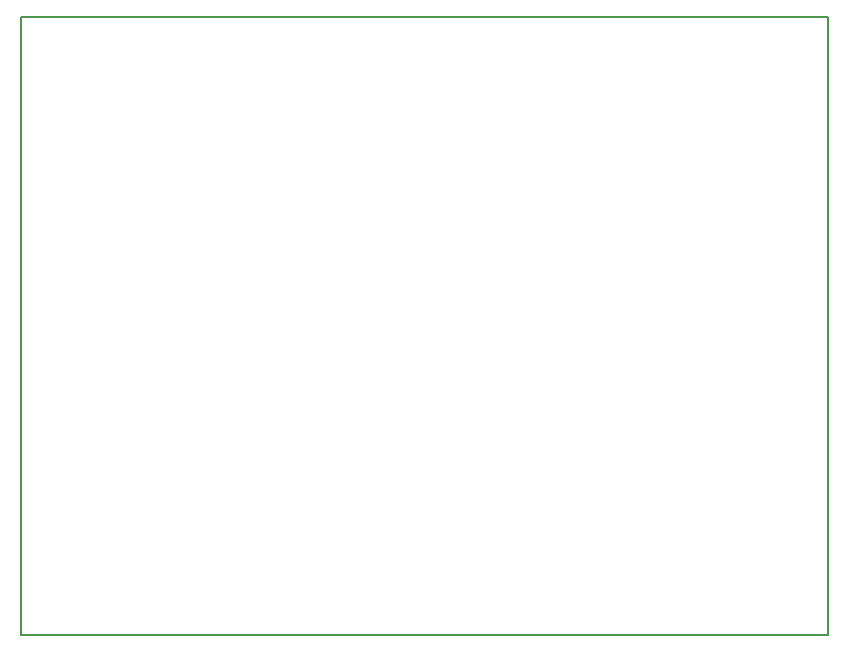
<source format=gbr>
G04 #@! TF.FileFunction,Profile,NP*
%FSLAX46Y46*%
G04 Gerber Fmt 4.6, Leading zero omitted, Abs format (unit mm)*
G04 Created by KiCad (PCBNEW 4.0.2+dfsg1-stable) date Mon Nov  6 16:18:01 2017*
%MOMM*%
G01*
G04 APERTURE LIST*
%ADD10C,0.100000*%
%ADD11C,0.150000*%
G04 APERTURE END LIST*
D10*
D11*
X143002000Y-75184000D02*
X74676000Y-75184000D01*
X143002000Y-127508000D02*
X143002000Y-75184000D01*
X74676000Y-127508000D02*
X143002000Y-127508000D01*
X74676000Y-75184000D02*
X74676000Y-127508000D01*
M02*

</source>
